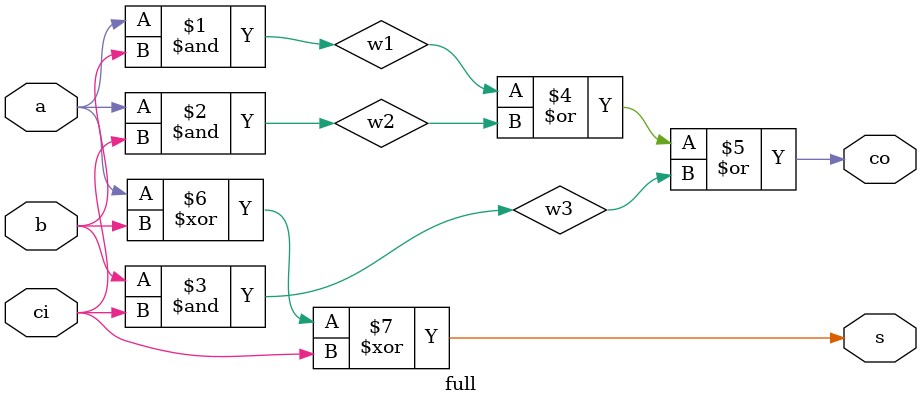
<source format=v>
module full(a,b,ci,s, co);
    input a,b,ci;
    output s, co;
    wire w1, w2, w3;
    and a1(w1, a, b);
    and a2(w2, a, ci);
    and a3(w3, b, ci);
    or o1(co, w1, w2, w3);
    xor x1(s, a, b, ci);
endmodule
</source>
